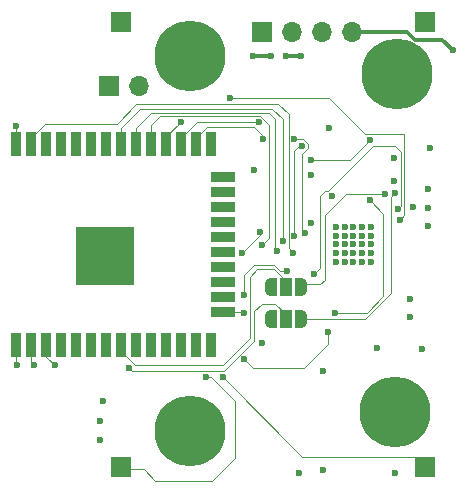
<source format=gbr>
%TF.GenerationSoftware,KiCad,Pcbnew,(6.0.0-0)*%
%TF.CreationDate,2022-03-10T17:30:29+01:00*%
%TF.ProjectId,CompactMotor,436f6d70-6163-4744-9d6f-746f722e6b69,rev?*%
%TF.SameCoordinates,Original*%
%TF.FileFunction,Copper,L1,Top*%
%TF.FilePolarity,Positive*%
%FSLAX46Y46*%
G04 Gerber Fmt 4.6, Leading zero omitted, Abs format (unit mm)*
G04 Created by KiCad (PCBNEW (6.0.0-0)) date 2022-03-10 17:30:29*
%MOMM*%
%LPD*%
G01*
G04 APERTURE LIST*
G04 Aperture macros list*
%AMFreePoly0*
4,1,22,0.550000,-0.750000,0.000000,-0.750000,0.000000,-0.745033,-0.079941,-0.743568,-0.215256,-0.701293,-0.333266,-0.622738,-0.424486,-0.514219,-0.481581,-0.384460,-0.499164,-0.250000,-0.500000,-0.250000,-0.500000,0.250000,-0.499164,0.250000,-0.499963,0.256109,-0.478152,0.396186,-0.417904,0.524511,-0.324060,0.630769,-0.204165,0.706417,-0.067858,0.745374,0.000000,0.744959,0.000000,0.750000,
0.550000,0.750000,0.550000,-0.750000,0.550000,-0.750000,$1*%
%AMFreePoly1*
4,1,20,0.000000,0.744959,0.073905,0.744508,0.209726,0.703889,0.328688,0.626782,0.421226,0.519385,0.479903,0.390333,0.500000,0.250000,0.500000,-0.250000,0.499851,-0.262216,0.476331,-0.402017,0.414519,-0.529596,0.319384,-0.634700,0.198574,-0.708877,0.061801,-0.746166,0.000000,-0.745033,0.000000,-0.750000,-0.550000,-0.750000,-0.550000,0.750000,0.000000,0.750000,0.000000,0.744959,
0.000000,0.744959,$1*%
G04 Aperture macros list end*
%TA.AperFunction,ComponentPad*%
%ADD10R,1.700000X1.700000*%
%TD*%
%TA.AperFunction,ComponentPad*%
%ADD11O,1.700000X1.700000*%
%TD*%
%TA.AperFunction,SMDPad,CuDef*%
%ADD12FreePoly0,180.000000*%
%TD*%
%TA.AperFunction,SMDPad,CuDef*%
%ADD13FreePoly1,180.000000*%
%TD*%
%TA.AperFunction,SMDPad,CuDef*%
%ADD14R,1.000000X1.500000*%
%TD*%
%TA.AperFunction,ComponentPad*%
%ADD15C,6.000000*%
%TD*%
%TA.AperFunction,SMDPad,CuDef*%
%ADD16R,0.900000X2.000000*%
%TD*%
%TA.AperFunction,SMDPad,CuDef*%
%ADD17R,2.000000X0.900000*%
%TD*%
%TA.AperFunction,SMDPad,CuDef*%
%ADD18R,5.000000X5.000000*%
%TD*%
%TA.AperFunction,ViaPad*%
%ADD19C,0.600000*%
%TD*%
%TA.AperFunction,Conductor*%
%ADD20C,0.120000*%
%TD*%
%TA.AperFunction,Conductor*%
%ADD21C,0.300000*%
%TD*%
G04 APERTURE END LIST*
D10*
%TO.P,J3,1,Pin_1*%
%TO.N,GNDREF*%
X2159000Y-7239000D03*
D11*
%TO.P,J3,2,Pin_2*%
%TO.N,IO0*%
X4699000Y-7239000D03*
%TD*%
D12*
%TO.P,JP2,1,A*%
%TO.N,DCIN_CFG5*%
X18445000Y-26924000D03*
D13*
%TO.P,JP2,3,B*%
%TO.N,GNDREF*%
X15845000Y-26924000D03*
D14*
%TO.P,JP2,2,C*%
%TO.N,Net-(JP2-Pad2)*%
X17145000Y-26924000D03*
%TD*%
D12*
%TO.P,JP1,1,A*%
%TO.N,DCEN_CFG4*%
X18445000Y-24257000D03*
D13*
%TO.P,JP1,3,B*%
%TO.N,GNDREF*%
X15845000Y-24257000D03*
D14*
%TO.P,JP1,2,C*%
%TO.N,Net-(JP1-Pad2)*%
X17145000Y-24257000D03*
%TD*%
D10*
%TO.P,J8,1,Pin_1*%
%TO.N,STALLPLUS*%
X3175000Y-39497000D03*
%TD*%
%TO.P,J7,1,Pin_1*%
%TO.N,5V0*%
X3175000Y-1778000D03*
%TD*%
%TO.P,J6,1,Pin_1*%
%TO.N,STALLMINUS*%
X28899000Y-39497000D03*
%TD*%
%TO.P,J5,1,Pin_1*%
%TO.N,5V0*%
X28899000Y-1778000D03*
%TD*%
D15*
%TO.P, ,*%
%TO.N,VM*%
X26543000Y-6223000D03*
%TD*%
%TO.P, ,*%
%TO.N,GNDREF*%
X26416000Y-34798000D03*
%TD*%
%TO.P, ,*%
%TO.N,VM*%
X9017000Y-4699000D03*
%TD*%
D10*
%TO.P,J1,1,Pin_1*%
%TO.N,Net-(J1-Pad1)*%
X15113000Y-2667000D03*
D11*
%TO.P,J1,2,Pin_2*%
%TO.N,Net-(J1-Pad2)*%
X17653000Y-2667000D03*
%TO.P,J1,3,Pin_3*%
%TO.N,Net-(J1-Pad3)*%
X20193000Y-2667000D03*
%TO.P,J1,4,Pin_4*%
%TO.N,Net-(J1-Pad4)*%
X22733000Y-2667000D03*
%TD*%
D15*
%TO.P, ,*%
%TO.N,GNDREF*%
X9017000Y-36449000D03*
%TD*%
D16*
%TO.P,U1,1,GND*%
%TO.N,GNDREF*%
X-5672000Y-29150000D03*
%TO.P,U1,2,VDD*%
%TO.N,3V3*%
X-4402000Y-29150000D03*
%TO.P,U1,3,EN*%
%TO.N,EN*%
X-3132000Y-29150000D03*
%TO.P,U1,4,SENSOR_VP*%
%TO.N,SENSOR_VP*%
X-1862000Y-29150000D03*
%TO.P,U1,5,SENSOR_VN*%
%TO.N,SENSOR_VN*%
X-592000Y-29150000D03*
%TO.P,U1,6,IO34*%
%TO.N,DIAG0*%
X678000Y-29150000D03*
%TO.P,U1,7,IO35*%
%TO.N,DIAG1*%
X1948000Y-29150000D03*
%TO.P,U1,8,IO32*%
%TO.N,Net-(JP1-Pad2)*%
X3218000Y-29150000D03*
%TO.P,U1,9,IO33*%
%TO.N,Net-(JP2-Pad2)*%
X4488000Y-29150000D03*
%TO.P,U1,10,IO25*%
%TO.N,STALLPLUS*%
X5758000Y-29150000D03*
%TO.P,U1,11,IO26*%
%TO.N,STALLMINUS*%
X7028000Y-29150000D03*
%TO.P,U1,12,IO27*%
%TO.N,DC0*%
X8298000Y-29150000D03*
%TO.P,U1,13,IO14*%
%TO.N,IO14*%
X9568000Y-29150000D03*
%TO.P,U1,14,IO12*%
%TO.N,IO12*%
X10838000Y-29150000D03*
D17*
%TO.P,U1,15,GND*%
%TO.N,GNDREF*%
X11838000Y-26365000D03*
%TO.P,U1,16,IO13*%
%TO.N,IO13*%
X11838000Y-25095000D03*
%TO.P,U1,17,SHD/SD2*%
%TO.N,SHD{slash}SD2*%
X11838000Y-23825000D03*
%TO.P,U1,18,SWP/SD3*%
%TO.N,SWP{slash}SD3*%
X11838000Y-22555000D03*
%TO.P,U1,19,SCS/CMD*%
%TO.N,SCS{slash}CMD*%
X11838000Y-21285000D03*
%TO.P,U1,20,SCK/CLK*%
%TO.N,SCK{slash}CLK*%
X11838000Y-20015000D03*
%TO.P,U1,21,SDO/SD0*%
%TO.N,SDO{slash}SD0*%
X11838000Y-18745000D03*
%TO.P,U1,22,SDI/SD1*%
%TO.N,SDI{slash}SD1*%
X11838000Y-17475000D03*
%TO.P,U1,23,IO15*%
%TO.N,IO15*%
X11838000Y-16205000D03*
%TO.P,U1,24,IO2*%
%TO.N,IO2*%
X11838000Y-14935000D03*
D16*
%TO.P,U1,25,IO0*%
%TO.N,IO0*%
X10838000Y-12150000D03*
%TO.P,U1,26,IO4*%
%TO.N,DIR*%
X9568000Y-12150000D03*
%TO.P,U1,27,IO16*%
%TO.N,STEP*%
X8298000Y-12150000D03*
%TO.P,U1,28,IO17*%
%TO.N,TMC_EN*%
X7028000Y-12150000D03*
%TO.P,U1,29,IO5*%
%TO.N,CS*%
X5758000Y-12150000D03*
%TO.P,U1,30,IO18*%
%TO.N,SCK*%
X4488000Y-12150000D03*
%TO.P,U1,31,IO19*%
%TO.N,MISO*%
X3218000Y-12150000D03*
%TO.P,U1,32,NC*%
%TO.N,unconnected-(U1-Pad32)*%
X1948000Y-12150000D03*
%TO.P,U1,33,IO21*%
%TO.N,Net-(R7-Pad1)*%
X678000Y-12150000D03*
%TO.P,U1,34,RXD0/IO3*%
%TO.N,RXD0*%
X-592000Y-12150000D03*
%TO.P,U1,35,TXD0/IO1*%
%TO.N,TXD0*%
X-1862000Y-12150000D03*
%TO.P,U1,36,IO22*%
%TO.N,Net-(R8-Pad1)*%
X-3132000Y-12150000D03*
%TO.P,U1,37,IO23*%
%TO.N,MOSI*%
X-4402000Y-12150000D03*
%TO.P,U1,38,GND*%
%TO.N,GNDREF*%
X-5672000Y-12150000D03*
D18*
%TO.P,U1,39,GND*%
X1828000Y-21650000D03*
%TD*%
D19*
%TO.N,GNDREF*%
X24360000Y-19150000D03*
X23610000Y-19150000D03*
X24360000Y-19900000D03*
X23610000Y-19900000D03*
X21360000Y-19150000D03*
X22110000Y-19150000D03*
X22860000Y-19150000D03*
X21360000Y-19900000D03*
X22110000Y-19900000D03*
X22860000Y-19900000D03*
X21360000Y-22150000D03*
X22110000Y-22150000D03*
X21360000Y-21400000D03*
X22110000Y-21400000D03*
X21360000Y-20650000D03*
X22110000Y-20650000D03*
X24360000Y-22150000D03*
X23610000Y-22150000D03*
X22860000Y-22150000D03*
X24360000Y-21400000D03*
X23610000Y-21400000D03*
X22860000Y-21400000D03*
X24360000Y-20650000D03*
X23610000Y-20650000D03*
X22860000Y-20650000D03*
X3928000Y-19550000D03*
X3228000Y-19550000D03*
X2528000Y-19550000D03*
X3928000Y-20250000D03*
X3228000Y-20250000D03*
X2528000Y-20250000D03*
X3928000Y-20950000D03*
X3228000Y-20950000D03*
X2528000Y-20950000D03*
X-272000Y-19550000D03*
X428000Y-19550000D03*
X1128000Y-19550000D03*
X1828000Y-19550000D03*
X-272000Y-20250000D03*
X428000Y-20250000D03*
X1128000Y-20250000D03*
X1828000Y-20250000D03*
X-272000Y-20950000D03*
X428000Y-20950000D03*
X1128000Y-20950000D03*
X1828000Y-20950000D03*
X-272000Y-23750000D03*
X428000Y-23750000D03*
X1128000Y-23750000D03*
X-272000Y-23050000D03*
X428000Y-23050000D03*
X1128000Y-23050000D03*
X-272000Y-22350000D03*
X428000Y-22350000D03*
X1128000Y-22350000D03*
X-272000Y-21650000D03*
X428000Y-21650000D03*
X1128000Y-21650000D03*
X3928000Y-23750000D03*
X3228000Y-23750000D03*
X2528000Y-23750000D03*
X1828000Y-23750000D03*
X3928000Y-23050000D03*
X3228000Y-23050000D03*
X2528000Y-23050000D03*
X1828000Y-23050000D03*
X3928000Y-22350000D03*
X3228000Y-22350000D03*
X2528000Y-22350000D03*
X1828000Y-22350000D03*
X3928000Y-21650000D03*
X3228000Y-21650000D03*
X2528000Y-21650000D03*
X18288000Y-40005000D03*
%TO.N,DIAG1*%
X1948000Y-29150000D03*
X13589000Y-24892000D03*
X19558000Y-23114000D03*
X26670000Y-17653000D03*
X17272000Y-22879500D03*
%TO.N,DIAG0*%
X14986000Y-19558000D03*
X13462000Y-21336000D03*
X24257000Y-11811000D03*
X19304000Y-13462000D03*
X678000Y-29150000D03*
%TO.N,DC0*%
X13610558Y-30374558D03*
X8298000Y-29150000D03*
X20701000Y-28067000D03*
X24257000Y-16891000D03*
X21336000Y-26416000D03*
%TO.N,Net-(R7-Pad1)*%
X678000Y-12150000D03*
%TO.N,Net-(R8-Pad1)*%
X-3132000Y-12150000D03*
%TO.N,GNDREF*%
X14478000Y-14351000D03*
%TO.N,IO0*%
X10838000Y-12150000D03*
%TO.N,Net-(J1-Pad4)*%
X31280519Y-4229519D03*
%TO.N,STALLMINUS*%
X11811000Y-31877000D03*
X7028000Y-29150000D03*
%TO.N,STALLPLUS*%
X5758000Y-29150000D03*
X10414000Y-31848500D03*
%TO.N,Net-(JP2-Pad2)*%
X3848393Y-31128129D03*
X4488000Y-29150000D03*
%TO.N,GNDREF*%
X15875000Y-26924000D03*
X15875000Y-24257000D03*
%TO.N,DCIN_CFG5*%
X26416000Y-16256000D03*
%TO.N,DCEN_CFG4*%
X25527000Y-16383000D03*
%TO.N,5V0*%
X19304000Y-18796000D03*
X15113000Y-28956000D03*
X29210000Y-15989000D03*
X29337000Y-12446000D03*
X20320000Y-39751000D03*
X27940000Y-17456000D03*
%TO.N,GNDREF*%
X13589000Y-26416000D03*
X19304000Y-14732000D03*
X21082000Y-16510000D03*
X1828000Y-21650000D03*
X1397000Y-35560000D03*
X20828000Y-10795000D03*
X-5669550Y-10645048D03*
X29210000Y-17526000D03*
X27686000Y-25260000D03*
X-5588000Y-30861000D03*
X20320000Y-31369000D03*
X29210000Y-19050000D03*
X27686000Y-26784000D03*
X26289000Y-13335000D03*
X1397000Y-37211000D03*
X26289000Y-15240000D03*
X24892000Y-29402500D03*
X26416000Y-40005000D03*
X1651000Y-33909000D03*
X28702000Y-29464000D03*
%TO.N,3V3*%
X-4191000Y-30861000D03*
%TO.N,EN*%
X-2413000Y-30861000D03*
%TO.N,SCK*%
X16383000Y-21209000D03*
%TO.N,DIR*%
X17850015Y-11684000D03*
X18796000Y-19685000D03*
X15240000Y-11684000D03*
%TO.N,STEP*%
X18542000Y-12319000D03*
X17850015Y-19939000D03*
X14837442Y-10308558D03*
%TO.N,TMC_EN*%
X12446000Y-8255000D03*
X26785876Y-18542990D03*
X8255000Y-10258500D03*
%TO.N,CS*%
X15113000Y-20701000D03*
%TO.N,MISO*%
X16891004Y-20320000D03*
%TO.N,MOSI*%
X17780000Y-21336000D03*
%TO.N,VM*%
X18415000Y-4699000D03*
X17145000Y-4699000D03*
X15875000Y-4699000D03*
X14351000Y-4699000D03*
%TD*%
D20*
%TO.N,GNDREF*%
X15845000Y-26924000D02*
X15875000Y-26924000D01*
%TO.N,DCIN_CFG5*%
X26416000Y-16256000D02*
X26035000Y-16637000D01*
%TO.N,Net-(JP2-Pad2)*%
X17145000Y-26543120D02*
X17145000Y-26924000D01*
%TO.N,DCIN_CFG5*%
X26035000Y-16637000D02*
X26035000Y-24722732D01*
X26035000Y-24722732D02*
X23833732Y-26924000D01*
X23833732Y-26924000D02*
X18445000Y-26924000D01*
%TO.N,Net-(JP2-Pad2)*%
X3848393Y-31128129D02*
X4089264Y-31369000D01*
X4089264Y-31369000D02*
X11938000Y-31369000D01*
X11938000Y-31369000D02*
X14478000Y-28829000D01*
X14478000Y-28829000D02*
X14478000Y-26289000D01*
X14478000Y-26289000D02*
X15113000Y-25654000D01*
X15113000Y-25654000D02*
X16256000Y-25654000D01*
X16256000Y-25654000D02*
X16256000Y-25654120D01*
X16256000Y-25654120D02*
X17145000Y-26543120D01*
%TO.N,DIAG1*%
X14478000Y-22352000D02*
X13589000Y-23241000D01*
X13589000Y-23241000D02*
X13589000Y-24892000D01*
X16656500Y-22879500D02*
X16129000Y-22352000D01*
X17272000Y-22879500D02*
X16656500Y-22879500D01*
X16129000Y-22352000D02*
X14478000Y-22352000D01*
%TO.N,DIAG0*%
X13462000Y-21336000D02*
X14986000Y-19812000D01*
X14986000Y-19812000D02*
X14986000Y-19558000D01*
%TO.N,CS*%
X15113000Y-20701000D02*
X15748000Y-20066000D01*
X14986000Y-9779000D02*
X6477000Y-9779000D01*
X5758000Y-10498000D02*
X5758000Y-12150000D01*
X15748000Y-20066000D02*
X15748000Y-10541000D01*
X15748000Y-10541000D02*
X14986000Y-9779000D01*
X6477000Y-9779000D02*
X5758000Y-10498000D01*
%TO.N,DIAG1*%
X20066000Y-22606000D02*
X19558000Y-23114000D01*
X20701000Y-16129000D02*
X24511000Y-12319000D01*
X20066000Y-16510000D02*
X20066000Y-22606000D01*
X26670000Y-17653000D02*
X26895511Y-17427489D01*
X26895511Y-12798511D02*
X26416000Y-12319000D01*
X20701000Y-16129000D02*
X20447000Y-16129000D01*
X26416000Y-12319000D02*
X24511000Y-12319000D01*
X20447000Y-16129000D02*
X20066000Y-16510000D01*
X26895511Y-17427489D02*
X26895511Y-12798511D01*
%TO.N,DIAG0*%
X22606000Y-13462000D02*
X19304000Y-13462000D01*
X24257000Y-11811000D02*
X22606000Y-13462000D01*
%TO.N,DC0*%
X25400000Y-18034000D02*
X25400000Y-25019000D01*
X24257000Y-16891000D02*
X25400000Y-18034000D01*
X14351000Y-31115000D02*
X13610558Y-30374558D01*
X18669000Y-31115000D02*
X14351000Y-31115000D01*
X25400000Y-25019000D02*
X24003000Y-26416000D01*
X20701000Y-29083000D02*
X18669000Y-31115000D01*
X20701000Y-28067000D02*
X20701000Y-29083000D01*
X24003000Y-26416000D02*
X21336000Y-26416000D01*
%TO.N,DCEN_CFG4*%
X25527000Y-16383000D02*
X22225000Y-16383000D01*
X22225000Y-16383000D02*
X20447000Y-18161000D01*
X20447000Y-23622000D02*
X20066000Y-24003000D01*
X18699000Y-24003000D02*
X18445000Y-24257000D01*
X20066000Y-24003000D02*
X18699000Y-24003000D01*
X20447000Y-18161000D02*
X20447000Y-23622000D01*
%TO.N,EN*%
X-3132000Y-29150000D02*
X-3132000Y-30142000D01*
D21*
%TO.N,Net-(J1-Pad4)*%
X28067000Y-3302000D02*
X27432000Y-2667000D01*
X27432000Y-2667000D02*
X22733000Y-2667000D01*
X28067000Y-3302000D02*
X30353000Y-3302000D01*
X30353000Y-3302000D02*
X31280519Y-4229519D01*
D20*
%TO.N,STALLMINUS*%
X18542000Y-38608000D02*
X28010000Y-38608000D01*
X28899000Y-39497000D02*
X28010000Y-38608000D01*
X18542000Y-38608000D02*
X11811000Y-31877000D01*
%TO.N,STALLPLUS*%
X3175000Y-39497000D02*
X3306511Y-39628511D01*
X10766500Y-31848500D02*
X12827000Y-33909000D01*
X10922000Y-40640000D02*
X12827000Y-38735000D01*
X10766500Y-31848500D02*
X10414000Y-31848500D01*
X3306511Y-39628511D02*
X5084511Y-39628511D01*
X6096000Y-40640000D02*
X10922000Y-40640000D01*
X5084511Y-39628511D02*
X6096000Y-40640000D01*
X12827000Y-38735000D02*
X12827000Y-33909000D01*
%TO.N,Net-(JP1-Pad2)*%
X17145000Y-24257000D02*
X17145000Y-23749000D01*
X14097000Y-28575000D02*
X11811000Y-30861000D01*
X4379000Y-30861000D02*
X3218000Y-29700000D01*
X17145000Y-23749000D02*
X16129000Y-22733000D01*
X16129000Y-22733000D02*
X14732000Y-22733000D01*
X14732000Y-22733000D02*
X14097000Y-23368000D01*
X14097000Y-23368000D02*
X14097000Y-28575000D01*
X11811000Y-30861000D02*
X4379000Y-30861000D01*
X3218000Y-29700000D02*
X3218000Y-29150000D01*
%TO.N,GNDREF*%
X15845000Y-24257000D02*
X15875000Y-24257000D01*
X-5672000Y-10647498D02*
X-5669550Y-10645048D01*
X11838000Y-26365000D02*
X13538000Y-26365000D01*
X-5672000Y-29150000D02*
X-5672000Y-30777000D01*
X13538000Y-26365000D02*
X13589000Y-26416000D01*
X-5672000Y-12150000D02*
X-5672000Y-10647498D01*
X-5672000Y-30777000D02*
X-5588000Y-30861000D01*
%TO.N,3V3*%
X-4402000Y-30650000D02*
X-4402000Y-29150000D01*
X-4191000Y-30861000D02*
X-4402000Y-30650000D01*
%TO.N,EN*%
X-3132000Y-30142000D02*
X-2413000Y-30861000D01*
%TO.N,SCK*%
X16256000Y-10033000D02*
X15748000Y-9525000D01*
X16383000Y-21209000D02*
X16256000Y-21082000D01*
X5715000Y-9525000D02*
X4488000Y-10752000D01*
X16256000Y-21082000D02*
X16256000Y-10033000D01*
X4488000Y-10752000D02*
X4488000Y-12150000D01*
X15748000Y-9525000D02*
X5715000Y-9525000D01*
%TO.N,DIR*%
X9568000Y-12150000D02*
X9568000Y-11600000D01*
X18542000Y-19431000D02*
X18542000Y-12997132D01*
X18796000Y-19685000D02*
X18542000Y-19431000D01*
X18542000Y-12997132D02*
X19021511Y-12517621D01*
X10500000Y-10668000D02*
X14478000Y-10668000D01*
X19021511Y-12517621D02*
X19021511Y-12120379D01*
X15240000Y-11430000D02*
X15240000Y-11684000D01*
X14478000Y-10668000D02*
X15240000Y-11430000D01*
X19021511Y-12120379D02*
X18585132Y-11684000D01*
X9568000Y-11600000D02*
X10500000Y-10668000D01*
X18585132Y-11684000D02*
X17850015Y-11684000D01*
%TO.N,STEP*%
X8298000Y-11600000D02*
X9589442Y-10308558D01*
X8298000Y-12150000D02*
X8298000Y-11600000D01*
X18288000Y-12319000D02*
X18542000Y-12319000D01*
X17850015Y-12756985D02*
X18288000Y-12319000D01*
X17850015Y-19939000D02*
X17850015Y-12756985D01*
X9589442Y-10308558D02*
X14837442Y-10308558D01*
%TO.N,TMC_EN*%
X20828000Y-8255000D02*
X12446000Y-8255000D01*
X27178000Y-18150866D02*
X27178000Y-11303000D01*
X7028000Y-12150000D02*
X7028000Y-11485500D01*
X27178000Y-11303000D02*
X23876000Y-11303000D01*
X23876000Y-11303000D02*
X20828000Y-8255000D01*
X7028000Y-11485500D02*
X8255000Y-10258500D01*
X26785876Y-18542990D02*
X27178000Y-18150866D01*
%TO.N,MISO*%
X3218000Y-10752000D02*
X3218000Y-12150000D01*
X16891000Y-10033000D02*
X16002000Y-9144000D01*
X4826000Y-9144000D02*
X3218000Y-10752000D01*
X16891000Y-20319996D02*
X16891000Y-10033000D01*
X16891004Y-20320000D02*
X16891000Y-20319996D01*
X16002000Y-9144000D02*
X4826000Y-9144000D01*
%TO.N,MOSI*%
X-3216000Y-10414000D02*
X-4402000Y-11600000D01*
X17370515Y-9623515D02*
X16510000Y-8763000D01*
X17780000Y-21336000D02*
X17370515Y-20926515D01*
X16510000Y-8763000D02*
X4487268Y-8763000D01*
X2836268Y-10414000D02*
X-3216000Y-10414000D01*
X-4402000Y-11600000D02*
X-4402000Y-12150000D01*
X17370515Y-20926515D02*
X17370515Y-9623515D01*
X4487268Y-8763000D02*
X2836268Y-10414000D01*
D21*
%TO.N,VM*%
X17145000Y-4699000D02*
X18415000Y-4699000D01*
X14351000Y-4699000D02*
X15875000Y-4699000D01*
%TD*%
M02*

</source>
